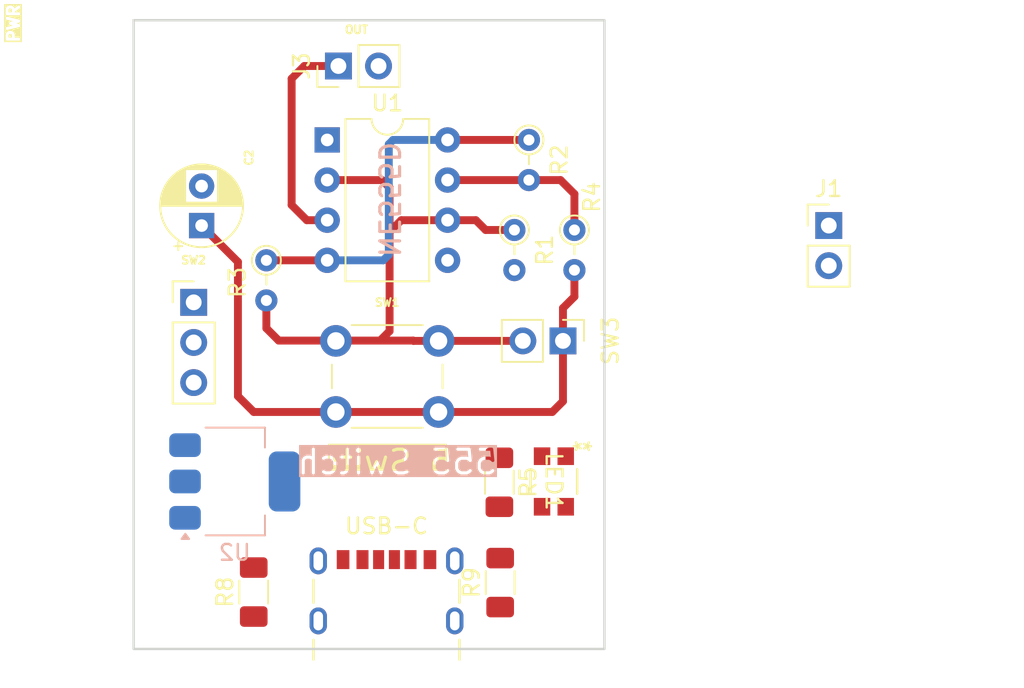
<source format=kicad_pcb>
(kicad_pcb (version 20240108) (generator "pcbnew") (generator_version "8.0")
  (layers (0 "F.Cu" signal) (31 "B.Cu" signal) (34 "B.Paste" user) (35 "F.Paste" user) (36 "B.SilkS" user "B.Silkscreen") (37 "F.SilkS" user "F.Silkscreen") (38 "B.Mask" user) (39 "F.Mask" user) (44 "Edge.Cuts" user))
  (net 0 "")
  (net 1 "Net-(C2-Pad1)")
  (net 2 "GND")
  (net 3 "Net-(U1-THR)")
  (net 4 "/VBAT")
  (net 5 "Net-(U1-DIS)")
  (net 7 "Net-(J4-CC1)")
  (net 8 "/VUSB")
  (net 9 "Net-(J3-Pin_1)")
  (net 10 "Net-(J4-CC2)")
  (net 12 "/3V3")
  (net 13 "Net-(LED1-GND-Pad1)")
  (net 14 "VCC")
  (footprint "Capacitor_THT:CP_Radial_D5.0mm_P2.50mm" (layer "F.Cu") (at 113.9 99.4 90)
    (property "Reference" "C2" (at 4.3 3 -90) (layer "F.SilkS") (effects (font (size 0.5 0.5) (thickness 0.125))))
    (property "Value" "10uF")
    (fp_line (start 1.29 -2.58) (end 1.29 2.58) (stroke (width 0.12)) (layer "F.SilkS"))
    (fp_line (start 1.25 -2.58) (end 1.25 2.58) (stroke (width 0.12)) (layer "F.SilkS"))
    (fp_line (start 1.33 -2.579) (end 1.33 2.579) (stroke (width 0.12)) (layer "F.SilkS"))
    (fp_line (start 1.37 -2.578) (end 1.37 2.578) (stroke (width 0.12)) (layer "F.SilkS"))
    (fp_line (start 1.41 -2.576) (end 1.41 2.576) (stroke (width 0.12)) (layer "F.SilkS"))
    (fp_line (start 1.45 -2.573) (end 1.45 2.573) (stroke (width 0.12)) (layer "F.SilkS"))
    (fp_line (start 1.49 -2.569) (end 1.49 -1.04) (stroke (width 0.12)) (layer "F.SilkS"))
    (fp_line (start 1.53 -2.565) (end 1.53 -1.04) (stroke (width 0.12)) (layer "F.SilkS"))
    (fp_line (start 1.57 -2.561) (end 1.57 -1.04) (stroke (width 0.12)) (layer "F.SilkS"))
    (fp_line (start 1.61 -2.556) (end 1.61 -1.04) (stroke (width 0.12)) (layer "F.SilkS"))
    (fp_line (start 1.65 -2.55) (end 1.65 -1.04) (stroke (width 0.12)) (layer "F.SilkS"))
    (fp_line (start 1.69 -2.543) (end 1.69 -1.04) (stroke (width 0.12)) (layer "F.SilkS"))
    (fp_line (start 1.73 -2.536) (end 1.73 -1.04) (stroke (width 0.12)) (layer "F.SilkS"))
    (fp_line (start 1.77 -2.528) (end 1.77 -1.04) (stroke (width 0.12)) (layer "F.SilkS"))
    (fp_line (start 1.81 -2.52) (end 1.81 -1.04) (stroke (width 0.12)) (layer "F.SilkS"))
    (fp_line (start 1.85 -2.511) (end 1.85 -1.04) (stroke (width 0.12)) (layer "F.SilkS"))
    (fp_line (start 1.89 -2.501) (end 1.89 -1.04) (stroke (width 0.12)) (layer "F.SilkS"))
    (fp_line (start 1.93 -2.491) (end 1.93 -1.04) (stroke (width 0.12)) (layer "F.SilkS"))
    (fp_line (start 1.971 -2.48) (end 1.971 -1.04) (stroke (width 0.12)) (layer "F.SilkS"))
    (fp_line (start 2.011 -2.468) (end 2.011 -1.04) (stroke (width 0.12)) (layer "F.SilkS"))
    (fp_line (start 2.051 -2.455) (end 2.051 -1.04) (stroke (width 0.12)) (layer "F.SilkS"))
    (fp_line (start 2.091 -2.442) (end 2.091 -1.04) (stroke (width 0.12)) (layer "F.SilkS"))
    (fp_line (start 2.131 -2.428) (end 2.131 -1.04) (stroke (width 0.12)) (layer "F.SilkS"))
    (fp_line (start 2.171 -2.414) (end 2.171 -1.04) (stroke (width 0.12)) (layer "F.SilkS"))
    (fp_line (start 2.211 -2.398) (end 2.211 -1.04) (stroke (width 0.12)) (layer "F.SilkS"))
    (fp_line (start 2.251 -2.382) (end 2.251 -1.04) (stroke (width 0.12)) (layer "F.SilkS"))
    (fp_line (start 2.291 -2.365) (end 2.291 -1.04) (stroke (width 0.12)) (layer "F.SilkS"))
    (fp_line (start 2.331 -2.348) (end 2.331 -1.04) (stroke (width 0.12)) (layer "F.SilkS"))
    (fp_line (start 2.371 -2.329) (end 2.371 -1.04) (stroke (width 0.12)) (layer "F.SilkS"))
    (fp_line (start 2.411 -2.31) (end 2.411 -1.04) (stroke (width 0.12)) (layer "F.SilkS"))
    (fp_line (start 2.451 -2.29) (end 2.451 -1.04) (stroke (width 0.12)) (layer "F.SilkS"))
    (fp_line (start 2.491 -2.268) (end 2.491 -1.04) (stroke (width 0.12)) (layer "F.SilkS"))
    (fp_line (start 2.531 -2.247) (end 2.531 -1.04) (stroke (width 0.12)) (layer "F.SilkS"))
    (fp_line (start 2.571 -2.224) (end 2.571 -1.04) (stroke (width 0.12)) (layer "F.SilkS"))
    (fp_line (start 2.611 -2.2) (end 2.611 -1.04) (stroke (width 0.12)) (layer "F.SilkS"))
    (fp_line (start 2.651 -2.175) (end 2.651 -1.04) (stroke (width 0.12)) (layer "F.SilkS"))
    (fp_line (start 2.691 -2.149) (end 2.691 -1.04) (stroke (width 0.12)) (layer "F.SilkS"))
    (fp_line (start 2.731 -2.122) (end 2.731 -1.04) (stroke (width 0.12)) (layer "F.SilkS"))
    (fp_line (start 2.771 -2.095) (end 2.771 -1.04) (stroke (width 0.12)) (layer "F.SilkS"))
    (fp_line (start 2.811 -2.065) (end 2.811 -1.04) (stroke (width 0.12)) (layer "F.SilkS"))
    (fp_line (start 2.851 -2.035) (end 2.851 -1.04) (stroke (width 0.12)) (layer "F.SilkS"))
    (fp_line (start 2.891 -2.004) (end 2.891 -1.04) (stroke (width 0.12)) (layer "F.SilkS"))
    (fp_line (start 2.931 -1.971) (end 2.931 -1.04) (stroke (width 0.12)) (layer "F.SilkS"))
    (fp_line (start 2.971 -1.937) (end 2.971 -1.04) (stroke (width 0.12)) (layer "F.SilkS"))
    (fp_line (start 3.011 -1.901) (end 3.011 -1.04) (stroke (width 0.12)) (layer "F.SilkS"))
    (fp_line (start 3.051 -1.864) (end 3.051 -1.04) (stroke (width 0.12)) (layer "F.SilkS"))
    (fp_line (start 3.091 -1.826) (end 3.091 -1.04) (stroke (width 0.12)) (layer "F.SilkS"))
    (fp_line (start 3.131 -1.785) (end 3.131 -1.04) (stroke (width 0.12)) (layer "F.SilkS"))
    (fp_line (start 3.171 -1.743) (end 3.171 -1.04) (stroke (width 0.12)) (layer "F.SilkS"))
    (fp_line (start -1.304775 -1.725) (end -1.304775 -1.225) (stroke (width 0.12)) (layer "F.SilkS"))
    (fp_line (start 3.211 -1.699) (end 3.211 -1.04) (stroke (width 0.12)) (layer "F.SilkS"))
    (fp_line (start 3.251 -1.653) (end 3.251 -1.04) (stroke (width 0.12)) (layer "F.SilkS"))
    (fp_line (start 3.291 -1.605) (end 3.291 -1.04) (stroke (width 0.12)) (layer "F.SilkS"))
    (fp_line (start 3.331 -1.554) (end 3.331 -1.04) (stroke (width 0.12)) (layer "F.SilkS"))
    (fp_line (start 3.371 -1.5) (end 3.371 -1.04) (stroke (width 0.12)) (layer "F.SilkS"))
    (fp_line (start -1.554775 -1.475) (end -1.054775 -1.475) (stroke (width 0.12)) (layer "F.SilkS"))
    (fp_line (start 3.411 -1.443) (end 3.411 -1.04) (stroke (width 0.12)) (layer "F.SilkS"))
    (fp_line (start 3.451 -1.383) (end 3.451 -1.04) (stroke (width 0.12)) (layer "F.SilkS"))
    (fp_line (start 3.491 -1.319) (end 3.491 -1.04) (stroke (width 0.12)) (layer "F.SilkS"))
    (fp_line (start 3.531 -1.251) (end 3.531 -1.04) (stroke (width 0.12)) (layer "F.SilkS"))
    (fp_line (start 3.571 -1.178) (end 3.571 1.178) (stroke (width 0.12)) (layer "F.SilkS"))
    (fp_line (start 3.611 -1.098) (end 3.611 1.098) (stroke (width 0.12)) (layer "F.SilkS"))
    (fp_line (start 3.651 -1.011) (end 3.651 1.011) (stroke (width 0.12)) (layer "F.SilkS"))
    (fp_line (start 3.691 -0.915) (end 3.691 0.915) (stroke (width 0.12)) (layer "F.SilkS"))
    (fp_line (start 3.731 -0.805) (end 3.731 0.805) (stroke (width 0.12)) (layer "F.SilkS"))
    (fp_line (start 3.771 -0.677) (end 3.771 0.677) (stroke (width 0.12)) (layer "F.SilkS"))
    (fp_line (start 3.811 -0.518) (end 3.811 0.518) (stroke (width 0.12)) (layer "F.SilkS"))
    (fp_line (start 3.851 -0.284) (end 3.851 0.284) (stroke (width 0.12)) (layer "F.SilkS"))
    (fp_line (start 3.531 1.04) (end 3.531 1.251) (stroke (width 0.12)) (layer "F.SilkS"))
    (fp_line (start 3.491 1.04) (end 3.491 1.319) (stroke (width 0.12)) (layer "F.SilkS"))
    (fp_line (start 3.451 1.04) (end 3.451 1.383) (stroke (width 0.12)) (layer "F.SilkS"))
    (fp_line (start 3.411 1.04) (end 3.411 1.443) (stroke (width 0.12)) (layer "F.SilkS"))
    (fp_line (start 3.371 1.04) (end 3.371 1.5) (stroke (width 0.12)) (layer "F.SilkS"))
    (fp_line (start 3.331 1.04) (end 3.331 1.554) (stroke (width 0.12)) (layer "F.SilkS"))
    (fp_line (start 3.291 1.04) (end 3.291 1.605) (stroke (width 0.12)) (layer "F.SilkS"))
    (fp_line (start 3.251 1.04) (end 3.251 1.653) (stroke (width 0.12)) (layer "F.SilkS"))
    (fp_line (start 3.211 1.04) (end 3.211 1.699) (stroke (width 0.12)) (layer "F.SilkS"))
    (fp_line (start 3.171 1.04) (end 3.171 1.743) (stroke (width 0.12)) (layer "F.SilkS"))
    (fp_line (start 3.131 1.04) (end 3.131 1.785) (stroke (width 0.12)) (layer "F.SilkS"))
    (fp_line (start 3.091 1.04) (end 3.091 1.826) (stroke (width 0.12)) (layer "F.SilkS"))
    (fp_line (start 3.051 1.04) (end 3.051 1.864) (stroke (width 0.12)) (layer "F.SilkS"))
    (fp_line (start 3.011 1.04) (end 3.011 1.901) (stroke (width 0.12)) (layer "F.SilkS"))
    (fp_line (start 2.971 1.04) (end 2.971 1.937) (stroke (width 0.12)) (layer "F.SilkS"))
    (fp_line (start 2.931 1.04) (end 2.931 1.971) (stroke (width 0.12)) (layer "F.SilkS"))
    (fp_line (start 2.891 1.04) (end 2.891 2.004) (stroke (width 0.12)) (layer "F.SilkS"))
    (fp_line (start 2.851 1.04) (end 2.851 2.035) (stroke (width 0.12)) (layer "F.SilkS"))
    (fp_line (start 2.811 1.04) (end 2.811 2.065) (stroke (width 0.12)) (layer "F.SilkS"))
    (fp_line (start 2.771 1.04) (end 2.771 2.095) (stroke (width 0.12)) (layer "F.SilkS"))
    (fp_line (start 2.731 1.04) (end 2.731 2.122) (stroke (width 0.12)) (layer "F.SilkS"))
    (fp_line (start 2.691 1.04) (end 2.691 2.149) (stroke (width 0.12)) (layer "F.SilkS"))
    (fp_line (start 2.651 1.04) (end 2.651 2.175) (stroke (width 0.12)) (layer "F.SilkS"))
    (fp_line (start 2.611 1.04) (end 2.611 2.2) (stroke (width 0.12)) (layer "F.SilkS"))
    (fp_line (start 2.571 1.04) (end 2.571 2.224) (stroke (width 0.12)) (layer "F.SilkS"))
    (fp_line (start 2.531 1.04) (end 2.531 2.247) (stroke (width 0.12)) (layer "F.SilkS"))
    (fp_line (start 2.491 1.04) (end 2.491 2.268) (stroke (width 0.12)) (layer "F.SilkS"))
    (fp_line (start 2.451 1.04) (end 2.451 2.29) (stroke (width 0.12)) (layer "F.SilkS"))
    (fp_line (start 2.411 1.04) (end 2.411 2.31) (stroke (width 0.12)) (layer "F.SilkS"))
    (fp_line (start 2.371 1.04) (end 2.371 2.329) (stroke (width 0.12)) (layer "F.SilkS"))
    (fp_line (start 2.331 1.04) (end 2.331 2.348) (stroke (width 0.12)) (layer "F.SilkS"))
    (fp_line (start 2.291 1.04) (end 2.291 2.365) (stroke (width 0.12)) (layer "F.SilkS"))
    (fp_line (start 2.251 1.04) (end 2.251 2.382) (stroke (width 0.12)) (layer "F.SilkS"))
    (fp_line (start 2.211 1.04) (end 2.211 2.398) (stroke (width 0.12)) (layer "F.SilkS"))
    (fp_line (start 2.171 1.04) (end 2.171 2.414) (stroke (width 0.12)) (layer "F.SilkS"))
    (fp_line (start 2.131 1.04) (end 2.131 2.428) (stroke (width 0.12)) (layer "F.SilkS"))
    (fp_line (start 2.091 1.04) (end 2.091 2.442) (stroke (width 0.12)) (layer "F.SilkS"))
    (fp_line (start 2.051 1.04) (end 2.051 2.455) (stroke (width 0.12)) (layer "F.SilkS"))
    (fp_line (start 2.011 1.04) (end 2.011 2.468) (stroke (width 0.12)) (layer "F.SilkS"))
    (fp_line (start 1.971 1.04) (end 1.971 2.48) (stroke (width 0.12)) (layer "F.SilkS"))
    (fp_line (start 1.93 1.04) (end 1.93 2.491) (stroke (width 0.12)) (layer "F.SilkS"))
    (fp_line (start 1.89 1.04) (end 1.89 2.501) (stroke (width 0.12)) (layer "F.SilkS"))
    (fp_line (start 1.85 1.04) (end 1.85 2.511) (stroke (width 0.12)) (layer "F.SilkS"))
    (fp_line (start 1.81 1.04) (end 1.81 2.52) (stroke (width 0.12)) (layer "F.SilkS"))
    (fp_line (start 1.77 1.04) (end 1.77 2.528) (stroke (width 0.12)) (layer "F.SilkS"))
    (fp_line (start 1.73 1.04) (end 1.73 2.536) (stroke (width 0.12)) (layer "F.SilkS"))
    (fp_line (start 1.69 1.04) (end 1.69 2.543) (stroke (width 0.12)) (layer "F.SilkS"))
    (fp_line (start 1.65 1.04) (end 1.65 2.55) (stroke (width 0.12)) (layer "F.SilkS"))
    (fp_line (start 1.61 1.04) (end 1.61 2.556) (stroke (width 0.12)) (layer "F.SilkS"))
    (fp_line (start 1.57 1.04) (end 1.57 2.561) (stroke (width 0.12)) (layer "F.SilkS"))
    (fp_line (start 1.53 1.04) (end 1.53 2.565) (stroke (width 0.12)) (layer "F.SilkS"))
    (fp_line (start 1.49 1.04) (end 1.49 2.569) (stroke (width 0.12)) (layer "F.SilkS"))
    (fp_circle (center 1.25 0) (end 3.87 0) (stroke (width 0.12)) (fill none) (layer "F.SilkS"))
    (pad "1" thru_hole rect (at 0 0 90) (size 1.6 1.6) (drill 0.8) (layers "*.Cu" "*.Mask") (net 1 "Net-(C2-Pad1)"))
    (pad "2" thru_hole circle (at 2.5 0 90) (size 1.6 1.6) (drill 0.8) (layers "*.Cu" "*.Mask") (net 2 "GND"))
  )
  (footprint "Package_DIP:DIP-8_W7.62mm" (layer "F.Cu") (at 121.85 93.98)
    (property "Reference" "U1" (at 3.81 -2.33 0) (layer "F.SilkS"))
    (property "Value" "NE555D")
    (fp_line (start 1.16 -1.33) (end 1.16 8.95) (stroke (width 0.12)) (layer "F.SilkS"))
    (fp_line (start 1.16 8.95) (end 6.46 8.95) (stroke (width 0.12)) (layer "F.SilkS"))
    (fp_line (start 2.81 -1.33) (end 1.16 -1.33) (stroke (width 0.12)) (layer "F.SilkS"))
    (fp_line (start 6.46 -1.33) (end 4.81 -1.33) (stroke (width 0.12)) (layer "F.SilkS"))
    (fp_line (start 6.46 8.95) (end 6.46 -1.33) (stroke (width 0.12)) (layer "F.SilkS"))
    (fp_arc (start 4.81 -1.33) (mid 3.81 -0.33) (end 2.81 -1.33) (stroke (width 0.12)) (layer "F.SilkS"))
    (pad "1" thru_hole rect (at 0 0) (size 1.6 1.6) (drill 0.8) (layers "*.Cu" "*.Mask") (net 2 "GND"))
    (pad "2" thru_hole oval (at 0 2.54) (size 1.6 1.6) (drill 0.8) (layers "*.Cu" "*.Mask") (net 3 "Net-(U1-THR)"))
    (pad "3" thru_hole oval (at 0 5.08) (size 1.6 1.6) (drill 0.8) (layers "*.Cu" "*.Mask") (net 9 "Net-(J3-Pin_1)"))
    (pad "4" thru_hole oval (at 0 7.62) (size 1.6 1.6) (drill 0.8) (layers "*.Cu" "*.Mask") (net 14 "VCC"))
    (pad "5" thru_hole oval (at 7.62 7.62) (size 1.6 1.6) (drill 0.8) (layers "*.Cu" "*.Mask"))
    (pad "6" thru_hole oval (at 7.62 5.08) (size 1.6 1.6) (drill 0.8) (layers "*.Cu" "*.Mask") (net 3 "Net-(U1-THR)"))
    (pad "7" thru_hole oval (at 7.62 2.54) (size 1.6 1.6) (drill 0.8) (layers "*.Cu" "*.Mask") (net 5 "Net-(U1-DIS)"))
    (pad "8" thru_hole oval (at 7.62 0) (size 1.6 1.6) (drill 0.8) (layers "*.Cu" "*.Mask") (net 14 "VCC"))
  )
  (footprint "Resistor_THT:R_Axial_DIN0204_L3.6mm_D1.6mm_P2.54mm_Vertical" (layer "F.Cu") (at 137.5 99.68 -90)
    (property "Reference" "R4" (at -2.08 -1.1 90) (layer "F.SilkS"))
    (property "Value" "10k")
    (fp_line (start 0.92 0) (end 1.54 0) (stroke (width 0.12)) (layer "F.SilkS"))
    (fp_circle (center 0 0) (end 0.92 0) (stroke (width 0.12)) (fill none) (layer "F.SilkS"))
    (pad "1" thru_hole circle (at 0 0 270) (size 1.4 1.4) (drill 0.7) (layers "*.Cu" "*.Mask") (net 5 "Net-(U1-DIS)"))
    (pad "2" thru_hole oval (at 2.54 0 270) (size 1.4 1.4) (drill 0.7) (layers "*.Cu" "*.Mask") (net 1 "Net-(C2-Pad1)"))
  )
  (footprint "Resistor_SMD:R_1206_3216Metric_Pad1.30x1.75mm_HandSolder" (layer "F.Cu") (at 132.750001 115.6502 -90)
    (property "Reference" "R5" (at 0 -1.82 90) (layer "F.SilkS"))
    (property "Value" "5k1")
    (fp_line (start -0.727064 0.91) (end 0.727064 0.91) (stroke (width 0.12)) (layer "F.SilkS"))
    (fp_line (start -0.727064 -0.91) (end 0.727064 -0.91) (stroke (width 0.12)) (layer "F.SilkS"))
    (pad "1" smd roundrect (at -1.55 0 270) (size 1.3 1.75) (layers "F.Cu" "F.Paste" "F.Mask") (roundrect_rratio 0.192308) (net 2 "GND"))
    (pad "2" smd roundrect (at 1.55 0 270) (size 1.3 1.75) (layers "F.Cu" "F.Paste" "F.Mask") (roundrect_rratio 0.192308) (net 13 "Net-(LED1-GND-Pad1)"))
  )
  (footprint "Connector_PinHeader_2.54mm:PinHeader_1x02_P2.54mm_Vertical" (layer "F.Cu") (at 153.6 99.4)
    (property "Reference" "J1" (at 0 -2.33 0) (layer "F.SilkS"))
    (property "Value" "3V3")
    (fp_line (start -1.33 -1.33) (end 0 -1.33) (stroke (width 0.12)) (layer "F.SilkS"))
    (fp_line (start -1.33 0) (end -1.33 -1.33) (stroke (width 0.12)) (layer "F.SilkS"))
    (fp_line (start -1.33 1.27) (end -1.33 3.87) (stroke (width 0.12)) (layer "F.SilkS"))
    (fp_line (start -1.33 1.27) (end 1.33 1.27) (stroke (width 0.12)) (layer "F.SilkS"))
    (fp_line (start -1.33 3.87) (end 1.33 3.87) (stroke (width 0.12)) (layer "F.SilkS"))
    (fp_line (start 1.33 1.27) (end 1.33 3.87) (stroke (width 0.12)) (layer "F.SilkS"))
    (pad "1" thru_hole rect (at 0 0) (size 1.7 1.7) (drill 1) (layers "*.Cu" "*.Mask") (net 4 "/VBAT"))
    (pad "2" thru_hole oval (at 0 2.54) (size 1.7 1.7) (drill 1) (layers "*.Cu" "*.Mask") (net 2 "GND"))
  )
  (footprint "Alexander Footprint Library:B1552_HVK-M" (layer "F.Cu") (at 136.2 115.6 -90)
    (property "Reference" "LED1" (at 0 0 -90) (layer "F.SilkS"))
    (property "Value" "LED-RED-GREEN-B1552USUG20D")
    (fp_line (start -0.777373 1.4732) (end 0.777373 1.4732) (stroke (width 0.1524)) (layer "F.SilkS"))
    (fp_line (start -0.777373 -1.4732) (end 0.777373 -1.4732) (stroke (width 0.1524)) (layer "F.SilkS"))
    (fp_text user "*" (at -2.2352 -1.8041 -90) (layer "F.SilkS"))
    (fp_text user "*" (at -2.2352 -1.8041 90) (layer "F.SilkS"))
    (pad "1" smd rect (at -1.6002 -0.750001 270) (size 1.1176 1.0414) (layers "F.Cu" "F.Paste" "F.Mask") (net 13 "Net-(LED1-GND-Pad1)"))
    (pad "2" smd rect (at -1.6002 0.750001 270) (size 1.1176 1.0414) (layers "F.Cu" "F.Paste" "F.Mask") (net 12 "/3V3"))
    (pad "3" smd rect (at 1.6002 0.750001 270) (size 1.1176 1.0414) (layers "F.Cu" "F.Paste" "F.Mask"))
    (pad "4" smd rect (at 1.6002 -0.750001 270) (size 1.1176 1.0414) (layers "F.Cu" "F.Paste" "F.Mask") (net 13 "Net-(LED1-GND-Pad1)"))
  )
  (footprint "Resistor_SMD:R_1206_3216Metric_Pad1.30x1.75mm_HandSolder" (layer "F.Cu") (at 117.2 122.6 90)
    (property "Reference" "R8" (at 0 -1.82 90) (layer "F.SilkS"))
    (property "Value" "5K7")
    (fp_line (start -0.727064 -0.91) (end 0.727064 -0.91) (stroke (width 0.12)) (layer "F.SilkS"))
    (fp_line (start -0.727064 0.91) (end 0.727064 0.91) (stroke (width 0.12)) (layer "F.SilkS"))
    (pad "1" smd roundrect (at -1.55 0 90) (size 1.3 1.75) (layers "F.Cu" "F.Paste" "F.Mask") (roundrect_rratio 0.192308) (net 2 "GND"))
    (pad "2" smd roundrect (at 1.55 0 90) (size 1.3 1.75) (layers "F.Cu" "F.Paste" "F.Mask") (roundrect_rratio 0.192308) (net 7 "Net-(J4-CC1)"))
  )
  (footprint "Connector_PinHeader_2.54mm:PinHeader_1x03_P2.54mm_Vertical" (layer "F.Cu") (at 113.4 104.26)
    (property "Reference" "SW2" (at -0.008 -2.672 360) (layer "F.SilkS") (effects (font (size 0.5 0.5) (thickness 0.125))))
    (property "Value" "SW_SPDT")
    (fp_line (start -1.33 -1.33) (end 0 -1.33) (stroke (width 0.12)) (layer "F.SilkS"))
    (fp_line (start -1.33 0) (end -1.33 -1.33) (stroke (width 0.12)) (layer "F.SilkS"))
    (fp_line (start -1.33 1.27) (end -1.33 6.41) (stroke (width 0.12)) (layer "F.SilkS"))
    (fp_line (start -1.33 1.27) (end 1.33 1.27) (stroke (width 0.12)) (layer "F.SilkS"))
    (fp_line (start -1.33 6.41) (end 1.33 6.41) (stroke (width 0.12)) (layer "F.SilkS"))
    (fp_line (start 1.33 1.27) (end 1.33 6.41) (stroke (width 0.12)) (layer "F.SilkS"))
    (pad "1" thru_hole rect (at 0 0) (size 1.7 1.7) (drill 1) (layers "*.Cu" "*.Mask") (net 4 "/VBAT"))
    (pad "2" thru_hole oval (at 0 2.54) (size 1.7 1.7) (drill 1) (layers "*.Cu" "*.Mask") (net 14 "VCC"))
    (pad "3" thru_hole oval (at 0 5.08) (size 1.7 1.7) (drill 1) (layers "*.Cu" "*.Mask") (net 12 "/3V3"))
  )
  (footprint "Resistor_SMD:R_1206_3216Metric_Pad1.30x1.75mm_HandSolder" (layer "F.Cu") (at 132.8 122 90)
    (property "Reference" "R9" (at 0 -1.82 90) (layer "F.SilkS"))
    (property "Value" "5K7")
    (fp_line (start -0.727064 -0.91) (end 0.727064 -0.91) (stroke (width 0.12)) (layer "F.SilkS"))
    (fp_line (start -0.727064 0.91) (end 0.727064 0.91) (stroke (width 0.12)) (layer "F.SilkS"))
    (pad "1" smd roundrect (at -1.55 0 90) (size 1.3 1.75) (layers "F.Cu" "F.Paste" "F.Mask") (roundrect_rratio 0.192308) (net 2 "GND"))
    (pad "2" smd roundrect (at 1.55 0 90) (size 1.3 1.75) (layers "F.Cu" "F.Paste" "F.Mask") (roundrect_rratio 0.192308) (net 10 "Net-(J4-CC2)"))
  )
  (footprint "Resistor_THT:R_Axial_DIN0204_L3.6mm_D1.6mm_P2.54mm_Vertical" (layer "F.Cu") (at 133.7 99.68 -90)
    (property "Reference" "R1" (at 1.27 -1.92 90) (layer "F.SilkS"))
    (property "Value" "10k")
    (fp_line (start 0.92 0) (end 1.54 0) (stroke (width 0.12)) (layer "F.SilkS"))
    (fp_circle (center 0 0) (end 0.92 0) (stroke (width 0.12)) (fill none) (layer "F.SilkS"))
    (pad "1" thru_hole circle (at 0 0 270) (size 1.4 1.4) (drill 0.7) (layers "*.Cu" "*.Mask") (net 3 "Net-(U1-THR)"))
    (pad "2" thru_hole oval (at 2.54 0 270) (size 1.4 1.4) (drill 0.7) (layers "*.Cu" "*.Mask") (net 2 "GND"))
  )
  (footprint "Resistor_THT:R_Axial_DIN0204_L3.6mm_D1.6mm_P2.54mm_Vertical" (layer "F.Cu") (at 134.62 93.98 -90)
    (property "Reference" "R2" (at 1.27 -1.92 90) (layer "F.SilkS"))
    (property "Value" "10k")
    (fp_line (start 0.92 0) (end 1.54 0) (stroke (width 0.12)) (layer "F.SilkS"))
    (fp_circle (center 0 0) (end 0.92 0) (stroke (width 0.12)) (fill none) (layer "F.SilkS"))
    (pad "1" thru_hole circle (at 0 0 270) (size 1.4 1.4) (drill 0.7) (layers "*.Cu" "*.Mask") (net 14 "VCC"))
    (pad "2" thru_hole oval (at 2.54 0 270) (size 1.4 1.4) (drill 0.7) (layers "*.Cu" "*.Mask") (net 5 "Net-(U1-DIS)"))
  )
  (footprint "Alexander Footprint Library:USB-C MOLEX 2171750001" (layer "F.Cu") (at 125.605 127.025)
    (property "Reference" "USB-C" (at -0.005 -8.605 0) (layer "F.SilkS"))
    (property "Value" "USB-C_Receptacle_PowerOnly_6P_MOLEX-2171750001" (hide yes))
    (fp_line (start -4.62 -3.75) (end -4.62 -5.2) (stroke (width 0.15)) (layer "F.SilkS"))
    (fp_line (start -4.62 -0.15) (end -4.62 -1.4) (stroke (width 0.15)) (layer "F.SilkS"))
    (fp_line (start 4.62 -3.75) (end 4.62 -5.2) (stroke (width 0.15)) (layer "F.SilkS"))
    (fp_line (start 4.62 -0.15) (end 4.62 -1.4) (stroke (width 0.15)) (layer "F.SilkS"))
    (pad "A5" smd rect (at -0.5 -6.48) (size 0.7 1.2) (layers "F.Cu" "F.Paste") (net 7 "Net-(J4-CC1)"))
    (pad "A9" smd rect (at 1.52 -6.48) (size 0.76 1.2) (layers "F.Cu" "F.Paste") (net 8 "/VUSB"))
    (pad "A12" smd rect (at 2.75 -6.48) (size 0.8 1.2) (layers "F.Cu" "F.Paste") (net 2 "GND"))
    (pad "B5" smd rect (at 0.5 -6.48) (size 0.7 1.2) (layers "F.Cu" "F.Paste") (net 10 "Net-(J4-CC2)"))
    (pad "B9" smd rect (at -1.52 -6.48) (size 0.76 1.2) (layers "F.Cu" "F.Paste") (net 8 "/VUSB"))
    (pad "B12" smd rect (at -2.75 -6.48) (size 0.8 1.2) (layers "F.Cu" "F.Paste") (net 2 "GND"))
    (pad "S1" thru_hole oval (at -4.32 -2.6) (size 1.1 1.7) (drill oval 0.6 1.2) (layers "*.Cu" "*.Mask") (net 2 "GND"))
    (pad "S2" thru_hole oval (at 4.32 -2.6) (size 1.1 1.7) (drill oval 0.6 1.2) (layers "*.Cu" "*.Mask") (net 2 "GND"))
    (pad "S3" thru_hole oval (at -4.32 -6.4) (size 1.1 1.7) (drill oval 0.6 1.2) (layers "*.Cu" "*.Mask") (net 2 "GND"))
    (pad "S4" thru_hole oval (at 4.32 -6.4) (size 1.1 1.7) (drill oval 0.6 1.2) (layers "*.Cu" "*.Mask") (net 2 "GND"))
  )
  (footprint "Connector_PinHeader_2.54mm:PinHeader_1x02_P2.54mm_Vertical" (layer "F.Cu") (at 122.56 89.3 90)
    (property "Reference" "J3" (at 0 -2.33 -90) (layer "F.SilkS"))
    (property "Value" "OUT")
    (fp_line (start -1.33 -1.33) (end 0 -1.33) (stroke (width 0.12)) (layer "F.SilkS"))
    (fp_line (start -1.33 0) (end -1.33 -1.33) (stroke (width 0.12)) (layer "F.SilkS"))
    (fp_line (start 1.33 1.27) (end 1.33 3.87) (stroke (width 0.12)) (layer "F.SilkS"))
    (fp_line (start -1.33 1.27) (end 1.33 1.27) (stroke (width 0.12)) (layer "F.SilkS"))
    (fp_line (start -1.33 1.27) (end -1.33 3.87) (stroke (width 0.12)) (layer "F.SilkS"))
    (fp_line (start -1.33 3.87) (end 1.33 3.87) (stroke (width 0.12)) (layer "F.SilkS"))
    (pad "1" thru_hole rect (at 0 0 90) (size 1.7 1.7) (drill 1) (layers "*.Cu" "*.Mask") (net 9 "Net-(J3-Pin_1)"))
    (pad "2" thru_hole oval (at 0 2.54 90) (size 1.7 1.7) (drill 1) (layers "*.Cu" "*.Mask") (net 2 "GND"))
  )
  (footprint "Connector_PinHeader_2.54mm:PinHeader_1x02_P2.54mm_Vertical" (layer "F.Cu") (at 136.775 106.7 -90)
    (property "Reference" "SW3" (at 0 -3 90) (layer "F.SilkS"))
    (property "Value" "SW_Reed")
    (fp_line (start -1.33 3.87) (end 1.33 3.87) (stroke (width 0.12)) (layer "F.SilkS"))
    (fp_line (start -1.33 1.27) (end -1.33 3.87) (stroke (width 0.12)) (layer "F.SilkS"))
    (fp_line (start -1.33 1.27) (end 1.33 1.27) (stroke (width 0.12)) (layer "F.SilkS"))
    (fp_line (start 1.33 1.27) (end 1.33 3.87) (stroke (width 0.12)) (layer "F.SilkS"))
    (fp_line (start -1.33 0) (end -1.33 -1.33) (stroke (width 0.12)) (layer "F.SilkS"))
    (fp_line (start -1.33 -1.33) (end 0 -1.33) (stroke (width 0.12)) (layer "F.SilkS"))
    (pad "1" thru_hole rect (at 0 0 270) (size 1.7 1.7) (drill 1) (layers "*.Cu" "*.Mask") (net 1 "Net-(C2-Pad1)"))
    (pad "2" thru_hole oval (at 0 2.54 270) (size 1.7 1.7) (drill 1) (layers "*.Cu" "*.Mask") (net 3 "Net-(U1-THR)"))
  )
  (footprint "Resistor_THT:R_Axial_DIN0204_L3.6mm_D1.6mm_P2.54mm_Vertical" (layer "F.Cu") (at 118 101.6 -90)
    (property "Reference" "R3" (at 1.4 1.84 90) (layer "F.SilkS"))
    (property "Value" "10k")
    (fp_line (start 0.92 0) (end 1.54 0) (stroke (width 0.12)) (layer "F.SilkS"))
    (fp_circle (center 0 0) (end 0.92 0) (stroke (width 0.12)) (fill none) (layer "F.SilkS"))
    (pad "1" thru_hole circle (at 0 0 270) (size 1.4 1.4) (drill 0.7) (layers "*.Cu" "*.Mask") (net 14 "VCC"))
    (pad "2" thru_hole oval (at 2.54 0 270) (size 1.4 1.4) (drill 0.7) (layers "*.Cu" "*.Mask") (net 3 "Net-(U1-THR)"))
  )
  (footprint "Button_Switch_THT:SW_PUSH_6mm" (layer "F.Cu") (at 122.4 106.7)
    (property "Reference" "SW1" (at 3.25 -2.43 0) (layer "F.SilkS") (effects (font (size 0.5 0.5) (thickness 0.125))))
    (property "Value" "SW_Push")
    (fp_line (start -0.25 1.5) (end -0.25 3) (stroke (width 0.12)) (layer "F.SilkS"))
    (fp_line (start 1 5.5) (end 5.5 5.5) (stroke (width 0.12)) (layer "F.SilkS"))
    (fp_line (start 5.5 -1) (end 1 -1) (stroke (width 0.12)) (layer "F.SilkS"))
    (fp_line (start 6.75 3) (end 6.75 1.5) (stroke (width 0.12)) (layer "F.SilkS"))
    (pad "1" thru_hole circle (at 0 0 90) (size 2 2) (drill 1.1) (layers "*.Cu" "*.Mask") (net 3 "Net-(U1-THR)"))
    (pad "1" thru_hole circle (at 6.5 0 90) (size 2 2) (drill 1.1) (layers "*.Cu" "*.Mask") (net 3 "Net-(U1-THR)"))
    (pad "2" thru_hole circle (at 0 4.5 90) (size 2 2) (drill 1.1) (layers "*.Cu" "*.Mask") (net 1 "Net-(C2-Pad1)"))
    (pad "2" thru_hole circle (at 6.5 4.5 90) (size 2 2) (drill 1.1) (layers "*.Cu" "*.Mask") (net 1 "Net-(C2-Pad1)"))
  )
  (footprint "Package_TO_SOT_SMD:SOT-223-3_TabPin2" (layer "B.Cu") (at 116 115.6)
    (property "Reference" "U2" (at 0 4.5 0) (layer "B.SilkS") (effects (justify mirror)))
    (property "Value" "AMS1117-3V3")
    (fp_line (start 1.91 -3.41) (end -1.85 -3.41) (stroke (width 0.12)) (layer "B.SilkS"))
    (fp_line (start 1.91 -2.15) (end 1.91 -3.41) (stroke (width 0.12)) (layer "B.SilkS"))
    (fp_line (start 1.91 2.15) (end 1.91 3.41) (stroke (width 0.12)) (layer "B.SilkS"))
    (fp_line (start 1.91 3.41) (end -1.85 3.41) (stroke (width 0.12)) (layer "B.SilkS"))
    (fp_poly (pts (xy -3.13 3.31) (xy -3.37 3.64) (xy -2.89 3.64) (xy -3.13 3.31)) (stroke (width 0.12)) (fill solid) (layer "B.SilkS"))
    (pad "1" smd roundrect (at -3.15 2.3) (size 2 1.5) (layers "B.Cu" "B.Paste" "B.Mask") (net 8 "/VUSB"))
    (pad "2" smd roundrect (at -3.15 0) (size 2 1.5) (layers "B.Cu" "B.Paste" "B.Mask") (net 2 "GND"))
    (pad "2" smd roundrect (at 3.15 0) (size 2 3.8) (layers "B.Cu" "B.Paste" "B.Mask") (net 2 "GND"))
    (pad "3" smd roundrect (at -3.15 -2.3) (size 2 1.5) (layers "B.Cu" "B.Paste" "B.Mask") (net 12 "/3V3"))
  )
  (gr_rect (start 109.6 86.4) (end 139.4 126.2) (stroke (width 0.15)) (fill none) (layer "Edge.Cuts"))
  (gr_text "NE555D" (at 125.75 97.75 270) (layer "B.SilkS") (effects (font (size 1.25 1.25) (thickness 0.2) (bold yes)) (justify mirror)))
  (gr_text "555 Switch" (at 132.75 115.25 0) (layer "B.SilkS" knockout) (effects (font (size 1.5 1.5) (thickness 0.2) (bold yes)) (justify left bottom mirror)))
  (gr_text "PWR" (at 102 86.6 90) (layer "F.SilkS" knockout) (effects (font (size 0.75 0.75) (thickness 0.1875) (bold yes))))
  (gr_text "ON / OFF" (at 121.8 114.6 0) (layer "F.SilkS" knockout) (effects (font (size 1 1) (thickness 0.2) (bold yes)) (justify left bottom)))
  (gr_text "OUT" (at 123.7 87 0) (layer "F.SilkS") (effects (font (size 0.5 0.5) (thickness 0.125) (bold yes))))
  (segment (start 137.5 103.9) (end 137.5 102.22) (width 0.5) (layer "F.Cu") (net 1))
  (segment (start 136.775 110.525) (end 136.775 106.7) (width 0.5) (layer "F.Cu") (net 1))
  (segment (start 136.775 106.7) (end 136.775 104.625) (width 0.5) (layer "F.Cu") (net 1))
  (segment (start 116.2 110.2) (end 117.2 111.2) (width 0.5) (layer "F.Cu") (net 1))
  (segment (start 113.9 99.4) (end 116.2 101.7) (width 0.5) (layer "F.Cu") (net 1))
  (segment (start 136.775 104.625) (end 137.5 103.9) (width 0.5) (layer "F.Cu") (net 1))
  (segment (start 117.2 111.2) (end 122.4 111.2) (width 0.5) (layer "F.Cu") (net 1))
  (segment (start 128.9 111.2) (end 136.1 111.2) (width 0.5) (layer "F.Cu") (net 1))
  (segment (start 136.1 111.2) (end 136.775 110.525) (width 0.5) (layer "F.Cu") (net 1))
  (segment (start 122.4 111.2) (end 128.9 111.2) (width 0.5) (layer "F.Cu") (net 1))
  (segment (start 116.2 101.7) (end 116.2 110.2) (width 0.5) (layer "F.Cu") (net 1))
  (segment (start 118 105.9) (end 118 104.14) (width 0.5) (layer "F.Cu") (net 3))
  (segment (start 128.9 106.7) (end 134.235 106.7) (width 0.5) (layer "F.Cu") (net 3))
  (segment (start 125.8 99.8) (end 125.8 106.08) (width 0.5) (layer "F.Cu") (net 3))
  (segment (start 125.8 97) (end 125.8 99.8) (width 0.5) (layer "F.Cu") (net 3))
  (segment (start 129.54 99.06) (end 126.54 99.06) (width 0.5) (layer "F.Cu") (net 3))
  (segment (start 125.8 106.08) (end 125.2 106.68) (width 0.5) (layer "F.Cu") (net 3))
  (segment (start 118.78 106.68) (end 118 105.9) (width 0.5) (layer "F.Cu") (net 3))
  (segment (start 131.88 99.68) (end 133.7 99.68) (width 0.5) (layer "F.Cu") (net 3))
  (segment (start 129.54 99.06) (end 131.26 99.06) (width 0.5) (layer "F.Cu") (net 3))
  (segment (start 127.29 106.68) (end 127.31 106.7) (width 0.5) (layer "F.Cu") (net 3))
  (segment (start 127.31 106.7) (end 128.9 106.7) (width 0.5) (layer "F.Cu") (net 3))
  (segment (start 125.32 96.52) (end 125.8 97) (width 0.5) (layer "F.Cu") (net 3))
  (segment (start 125.2 106.68) (end 118.78 106.68) (width 0.5) (layer "F.Cu") (net 3))
  (segment (start 121.92 96.52) (end 125.32 96.52) (width 0.5) (layer "F.Cu") (net 3))
  (segment (start 125.2 106.68) (end 127.29 106.68) (width 0.5) (layer "F.Cu") (net 3))
  (segment (start 131.26 99.06) (end 131.88 99.68) (width 0.5) (layer "F.Cu") (net 3))
  (segment (start 126.54 99.06) (end 125.8 99.8) (width 0.5) (layer "F.Cu") (net 3))
  (segment (start 129.54 96.52) (end 134.62 96.52) (width 0.5) (layer "F.Cu") (net 5))
  (segment (start 137.5 97.4) (end 137.5 99.68) (width 0.5) (layer "F.Cu") (net 5))
  (segment (start 136.62 96.52) (end 137.5 97.4) (width 0.5) (layer "F.Cu") (net 5))
  (segment (start 134.62 96.52) (end 136.62 96.52) (width 0.5) (layer "F.Cu") (net 5))
  (segment (start 121.92 99.06) (end 120.56 99.06) (width 0.5) (layer "F.Cu") (net 9))
  (segment (start 120.4 89.3) (end 122.56 89.3) (width 0.5) (layer "F.Cu") (net 9))
  (segment (start 120.56 99.06) (end 119.6 98.1) (width 0.5) (layer "F.Cu") (net 9))
  (segment (start 119.6 90.1) (end 120.4 89.3) (width 0.5) (layer "F.Cu") (net 9))
  (segment (start 119.6 98.1) (end 119.6 90.1) (width 0.5) (layer "F.Cu") (net 9))
  (segment (start 129.54 93.98) (end 134.62 93.98) (width 0.5) (layer "F.Cu") (net 14))
  (segment (start 118 101.6) (end 121.92 101.6) (width 0.5) (layer "F.Cu") (net 14))
  (segment (start 125.75 94.25) (end 126.02 93.98) (width 0.5) (layer "B.Cu") (net 14))
  (segment (start 125.4 101.6) (end 125.75 101.25) (width 0.5) (layer "B.Cu") (net 14))
  (segment (start 125.75 101.25) (end 125.75 94.25) (width 0.5) (layer "B.Cu") (net 14))
  (segment (start 121.92 101.6) (end 125.4 101.6) (width 0.5) (layer "B.Cu") (net 14))
  (segment (start 126.02 93.98) (end 129.54 93.98) (width 0.5) (layer "B.Cu") (net 14))
)
</source>
